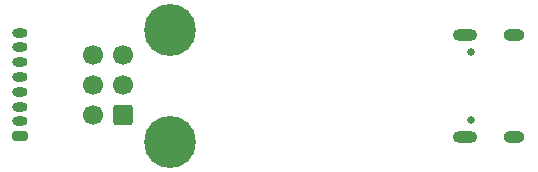
<source format=gbr>
%TF.GenerationSoftware,KiCad,Pcbnew,9.0.6*%
%TF.CreationDate,2025-12-28T22:43:58+01:00*%
%TF.ProjectId,Programmer_Board,50726f67-7261-46d6-9d65-725f426f6172,1.0*%
%TF.SameCoordinates,Original*%
%TF.FileFunction,Soldermask,Bot*%
%TF.FilePolarity,Negative*%
%FSLAX46Y46*%
G04 Gerber Fmt 4.6, Leading zero omitted, Abs format (unit mm)*
G04 Created by KiCad (PCBNEW 9.0.6) date 2025-12-28 22:43:58*
%MOMM*%
%LPD*%
G01*
G04 APERTURE LIST*
G04 Aperture macros list*
%AMRoundRect*
0 Rectangle with rounded corners*
0 $1 Rounding radius*
0 $2 $3 $4 $5 $6 $7 $8 $9 X,Y pos of 4 corners*
0 Add a 4 corners polygon primitive as box body*
4,1,4,$2,$3,$4,$5,$6,$7,$8,$9,$2,$3,0*
0 Add four circle primitives for the rounded corners*
1,1,$1+$1,$2,$3*
1,1,$1+$1,$4,$5*
1,1,$1+$1,$6,$7*
1,1,$1+$1,$8,$9*
0 Add four rect primitives between the rounded corners*
20,1,$1+$1,$2,$3,$4,$5,0*
20,1,$1+$1,$4,$5,$6,$7,0*
20,1,$1+$1,$6,$7,$8,$9,0*
20,1,$1+$1,$8,$9,$2,$3,0*%
G04 Aperture macros list end*
%ADD10C,0.700000*%
%ADD11C,4.400000*%
%ADD12RoundRect,0.250000X0.600000X0.600000X-0.600000X0.600000X-0.600000X-0.600000X0.600000X-0.600000X0*%
%ADD13C,1.700000*%
%ADD14C,0.650000*%
%ADD15O,2.100000X1.000000*%
%ADD16O,1.800000X1.000000*%
%ADD17RoundRect,0.200000X0.450000X-0.200000X0.450000X0.200000X-0.450000X0.200000X-0.450000X-0.200000X0*%
%ADD18O,1.300000X0.800000*%
G04 APERTURE END LIST*
D10*
%TO.C,H101*%
X145350000Y-99140000D03*
X145833274Y-97973274D03*
X145833274Y-100306726D03*
X147000000Y-97490000D03*
D11*
X147000000Y-99140000D03*
D10*
X147000000Y-100790000D03*
X148166726Y-97973274D03*
X148166726Y-100306726D03*
X148650000Y-99140000D03*
%TD*%
D12*
%TO.C,J101*%
X143040000Y-106400000D03*
D13*
X140500000Y-106400000D03*
X143040000Y-103860000D03*
X140500000Y-103860000D03*
X143040000Y-101320000D03*
X140500000Y-101320000D03*
%TD*%
D10*
%TO.C,H102*%
X145350000Y-108640000D03*
X145833274Y-107473274D03*
X145833274Y-109806726D03*
X147000000Y-106990000D03*
D11*
X147000000Y-108640000D03*
D10*
X147000000Y-110290000D03*
X148166726Y-107473274D03*
X148166726Y-109806726D03*
X148650000Y-108640000D03*
%TD*%
D14*
%TO.C,J103*%
X172485000Y-106780000D03*
X172485000Y-101000000D03*
D15*
X171985000Y-108210000D03*
D16*
X176165000Y-108210000D03*
D15*
X171985000Y-99570000D03*
D16*
X176165000Y-99570000D03*
%TD*%
D17*
%TO.C,J102*%
X134340000Y-108145000D03*
D18*
X134340000Y-106895000D03*
X134340000Y-105645000D03*
X134340000Y-104395000D03*
X134340000Y-103145000D03*
X134340000Y-101895000D03*
X134340000Y-100645000D03*
X134340000Y-99395000D03*
%TD*%
M02*

</source>
